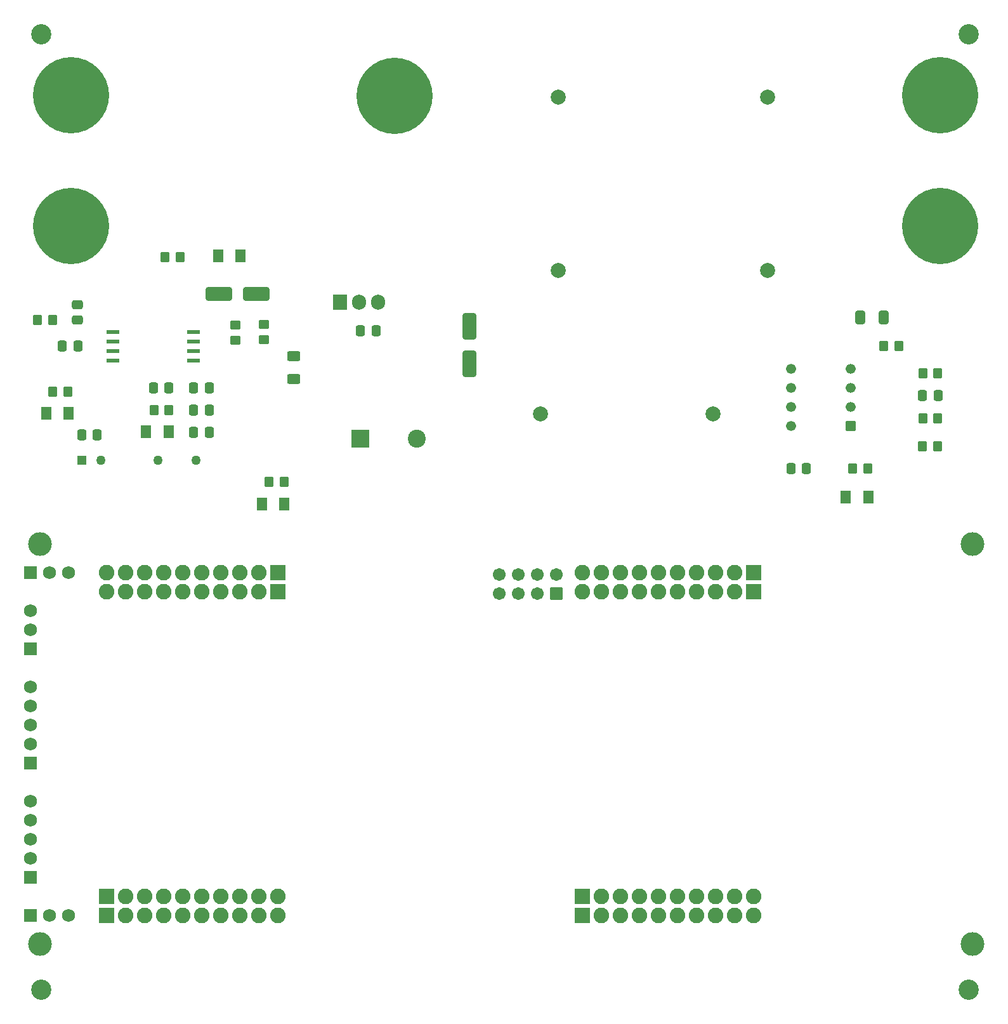
<source format=gbr>
%TF.GenerationSoftware,KiCad,Pcbnew,8.0.7*%
%TF.CreationDate,2025-03-02T11:38:05-05:00*%
%TF.ProjectId,MyFirstBuck,4d794669-7273-4744-9275-636b2e6b6963,v0*%
%TF.SameCoordinates,Original*%
%TF.FileFunction,Soldermask,Top*%
%TF.FilePolarity,Negative*%
%FSLAX46Y46*%
G04 Gerber Fmt 4.6, Leading zero omitted, Abs format (unit mm)*
G04 Created by KiCad (PCBNEW 8.0.7) date 2025-03-02 11:38:05*
%MOMM*%
%LPD*%
G01*
G04 APERTURE LIST*
G04 Aperture macros list*
%AMRoundRect*
0 Rectangle with rounded corners*
0 $1 Rounding radius*
0 $2 $3 $4 $5 $6 $7 $8 $9 X,Y pos of 4 corners*
0 Add a 4 corners polygon primitive as box body*
4,1,4,$2,$3,$4,$5,$6,$7,$8,$9,$2,$3,0*
0 Add four circle primitives for the rounded corners*
1,1,$1+$1,$2,$3*
1,1,$1+$1,$4,$5*
1,1,$1+$1,$6,$7*
1,1,$1+$1,$8,$9*
0 Add four rect primitives between the rounded corners*
20,1,$1+$1,$2,$3,$4,$5,0*
20,1,$1+$1,$4,$5,$6,$7,0*
20,1,$1+$1,$6,$7,$8,$9,0*
20,1,$1+$1,$8,$9,$2,$3,0*%
G04 Aperture macros list end*
%ADD10C,2.000000*%
%ADD11RoundRect,0.250000X-0.650000X1.500000X-0.650000X-1.500000X0.650000X-1.500000X0.650000X1.500000X0*%
%ADD12RoundRect,0.250001X0.462499X0.624999X-0.462499X0.624999X-0.462499X-0.624999X0.462499X-0.624999X0*%
%ADD13C,2.700000*%
%ADD14RoundRect,0.250001X-0.462499X-0.624999X0.462499X-0.624999X0.462499X0.624999X-0.462499X0.624999X0*%
%ADD15R,2.400000X2.400000*%
%ADD16C,2.400000*%
%ADD17C,3.175000*%
%ADD18RoundRect,0.102000X0.939800X0.939800X-0.939800X0.939800X-0.939800X-0.939800X0.939800X-0.939800X0*%
%ADD19C,2.083600*%
%ADD20RoundRect,0.102000X0.762000X0.762000X-0.762000X0.762000X-0.762000X-0.762000X0.762000X-0.762000X0*%
%ADD21C,1.728000*%
%ADD22RoundRect,0.102000X0.750000X0.750000X-0.750000X0.750000X-0.750000X-0.750000X0.750000X-0.750000X0*%
%ADD23C,1.704000*%
%ADD24RoundRect,0.250000X0.350000X0.450000X-0.350000X0.450000X-0.350000X-0.450000X0.350000X-0.450000X0*%
%ADD25R,1.270000X1.270000*%
%ADD26C,1.270000*%
%ADD27C,10.160000*%
%ADD28R,1.905000X2.000000*%
%ADD29O,1.905000X2.000000*%
%ADD30RoundRect,0.250000X-0.350000X-0.450000X0.350000X-0.450000X0.350000X0.450000X-0.350000X0.450000X0*%
%ADD31RoundRect,0.250000X-0.625000X0.400000X-0.625000X-0.400000X0.625000X-0.400000X0.625000X0.400000X0*%
%ADD32R,1.701800X0.558800*%
%ADD33RoundRect,0.250000X0.450000X-0.350000X0.450000X0.350000X-0.450000X0.350000X-0.450000X-0.350000X0*%
%ADD34RoundRect,0.250000X-0.337500X-0.475000X0.337500X-0.475000X0.337500X0.475000X-0.337500X0.475000X0*%
%ADD35RoundRect,0.250000X0.412500X0.650000X-0.412500X0.650000X-0.412500X-0.650000X0.412500X-0.650000X0*%
%ADD36RoundRect,0.102000X0.565000X0.565000X-0.565000X0.565000X-0.565000X-0.565000X0.565000X-0.565000X0*%
%ADD37C,1.334000*%
%ADD38RoundRect,0.250000X-1.500000X-0.650000X1.500000X-0.650000X1.500000X0.650000X-1.500000X0.650000X0*%
%ADD39RoundRect,0.250000X0.337500X0.475000X-0.337500X0.475000X-0.337500X-0.475000X0.337500X-0.475000X0*%
%ADD40RoundRect,0.250000X0.475000X-0.337500X0.475000X0.337500X-0.475000X0.337500X-0.475000X-0.337500X0*%
G04 APERTURE END LIST*
D10*
%TO.C,L2*%
X108000000Y-84900000D03*
X108000000Y-61800000D03*
%TD*%
D11*
%TO.C,D1*%
X96164400Y-92369000D03*
X96164400Y-97369000D03*
%TD*%
D12*
%TO.C,D2*%
X56005000Y-106410000D03*
X53030000Y-106410000D03*
%TD*%
D13*
%TO.C,REF\u002A\u002A*%
X162850000Y-180800000D03*
%TD*%
%TO.C,REF\u002A\u002A*%
X39050000Y-180800000D03*
%TD*%
D14*
%TO.C,D7*%
X62622500Y-82940000D03*
X65597500Y-82940000D03*
%TD*%
D15*
%TO.C,C3*%
X81607400Y-107353800D03*
D16*
X89107400Y-107353800D03*
%TD*%
D17*
%TO.C,U2*%
X163322000Y-174752000D03*
X163322000Y-121412000D03*
X38862000Y-174752000D03*
X38862000Y-121412000D03*
D18*
X134112000Y-125222000D03*
D19*
X131572000Y-125222000D03*
X129032000Y-125222000D03*
X126492000Y-125222000D03*
X123952000Y-125222000D03*
X121412000Y-125222000D03*
X118872000Y-125222000D03*
X116332000Y-125222000D03*
X113792000Y-125222000D03*
X111252000Y-125222000D03*
D18*
X111252000Y-170942000D03*
D19*
X113792000Y-170942000D03*
X116332000Y-170942000D03*
X118872000Y-170942000D03*
X121412000Y-170942000D03*
X123952000Y-170942000D03*
X126492000Y-170942000D03*
X129032000Y-170942000D03*
X131572000Y-170942000D03*
X134112000Y-170942000D03*
D18*
X134112000Y-127762000D03*
D19*
X131572000Y-127762000D03*
X129032000Y-127762000D03*
X126492000Y-127762000D03*
X123952000Y-127762000D03*
X121412000Y-127762000D03*
X118872000Y-127762000D03*
X116332000Y-127762000D03*
X113792000Y-127762000D03*
X111252000Y-127762000D03*
D18*
X111252000Y-168402000D03*
D19*
X113792000Y-168402000D03*
X116332000Y-168402000D03*
X118872000Y-168402000D03*
X121412000Y-168402000D03*
X123952000Y-168402000D03*
X126492000Y-168402000D03*
X129032000Y-168402000D03*
X131572000Y-168402000D03*
X134112000Y-168402000D03*
D18*
X70612000Y-125222000D03*
D19*
X68072000Y-125222000D03*
X65532000Y-125222000D03*
X62992000Y-125222000D03*
X60452000Y-125222000D03*
X57912000Y-125222000D03*
X55372000Y-125222000D03*
X52832000Y-125222000D03*
X50292000Y-125222000D03*
X47752000Y-125222000D03*
D18*
X47752000Y-170942000D03*
D19*
X50292000Y-170942000D03*
X52832000Y-170942000D03*
X55372000Y-170942000D03*
X57912000Y-170942000D03*
X60452000Y-170942000D03*
X62992000Y-170942000D03*
X65532000Y-170942000D03*
X68072000Y-170942000D03*
X70612000Y-170942000D03*
D18*
X70612000Y-127762000D03*
D19*
X68072000Y-127762000D03*
X65532000Y-127762000D03*
X62992000Y-127762000D03*
X60452000Y-127762000D03*
X57912000Y-127762000D03*
X55372000Y-127762000D03*
X52832000Y-127762000D03*
X50292000Y-127762000D03*
X47752000Y-127762000D03*
D18*
X47752000Y-168402000D03*
D19*
X50292000Y-168402000D03*
X52832000Y-168402000D03*
X55372000Y-168402000D03*
X57912000Y-168402000D03*
X60452000Y-168402000D03*
X62992000Y-168402000D03*
X65532000Y-168402000D03*
X68072000Y-168402000D03*
X70612000Y-168402000D03*
D20*
X37592000Y-170942000D03*
D21*
X40132000Y-170942000D03*
X42672000Y-170942000D03*
D20*
X37592000Y-135382000D03*
D21*
X37592000Y-132842000D03*
X37592000Y-130302000D03*
D20*
X37592000Y-165862000D03*
D21*
X37592000Y-163322000D03*
X37592000Y-160782000D03*
X37592000Y-158242000D03*
X37592000Y-155702000D03*
D20*
X37592000Y-150622000D03*
D21*
X37592000Y-148082000D03*
X37592000Y-145542000D03*
X37592000Y-143002000D03*
X37592000Y-140462000D03*
D20*
X37592000Y-125222000D03*
D21*
X40132000Y-125222000D03*
X42672000Y-125222000D03*
D22*
X107768000Y-127996000D03*
D23*
X107768000Y-125456000D03*
X105228000Y-127996000D03*
X105228000Y-125456000D03*
X102688000Y-127996000D03*
X102688000Y-125456000D03*
X100148000Y-127996000D03*
X100148000Y-125456000D03*
%TD*%
D24*
%TO.C,R5*%
X56060000Y-103500000D03*
X54060000Y-103500000D03*
%TD*%
D25*
%TO.C,U4*%
X44405600Y-110189000D03*
D26*
X46945600Y-110189000D03*
X54565600Y-110189000D03*
X59645600Y-110189000D03*
%TD*%
D27*
%TO.C,J1*%
X43000000Y-61500000D03*
%TD*%
D24*
%TO.C,R2*%
X158620000Y-108370000D03*
X156620000Y-108370000D03*
%TD*%
%TO.C,R8*%
X42560000Y-101110000D03*
X40560000Y-101110000D03*
%TD*%
D12*
%TO.C,D5*%
X42662500Y-103970200D03*
X39687500Y-103970200D03*
%TD*%
D24*
%TO.C,R7*%
X149350000Y-111350000D03*
X147350000Y-111350000D03*
%TD*%
D12*
%TO.C,D4*%
X149391500Y-115090000D03*
X146416500Y-115090000D03*
%TD*%
D28*
%TO.C,Q1*%
X78943200Y-89157400D03*
D29*
X81483200Y-89157400D03*
X84023200Y-89157400D03*
%TD*%
D30*
%TO.C,R9*%
X38550000Y-91500000D03*
X40550000Y-91500000D03*
%TD*%
D13*
%TO.C,REF\u002A\u002A*%
X162850000Y-53425000D03*
%TD*%
D31*
%TO.C,R12*%
X72700000Y-96320000D03*
X72700000Y-99420000D03*
%TD*%
D32*
%TO.C,U3*%
X48565200Y-93155000D03*
X48565200Y-94425000D03*
X48565200Y-95695000D03*
X48565200Y-96965000D03*
X59334800Y-96965000D03*
X59334800Y-95695000D03*
X59334800Y-94425000D03*
X59334800Y-93155000D03*
%TD*%
D12*
%TO.C,D3*%
X71430000Y-116020000D03*
X68455000Y-116020000D03*
%TD*%
D33*
%TO.C,R10*%
X68760000Y-94120000D03*
X68760000Y-92120000D03*
%TD*%
D34*
%TO.C,C1*%
X156662500Y-101610000D03*
X158737500Y-101610000D03*
%TD*%
D35*
%TO.C,C5*%
X151452500Y-91180000D03*
X148327500Y-91180000D03*
%TD*%
D36*
%TO.C,U1*%
X147070000Y-105610000D03*
D37*
X147070000Y-103070000D03*
X147070000Y-100530000D03*
X147070000Y-97990000D03*
X139130000Y-97990000D03*
X139130000Y-100530000D03*
X139130000Y-103070000D03*
X139130000Y-105610000D03*
%TD*%
D24*
%TO.C,R1*%
X158680000Y-104640000D03*
X156680000Y-104640000D03*
%TD*%
D34*
%TO.C,C12*%
X59352500Y-106470000D03*
X61427500Y-106470000D03*
%TD*%
D27*
%TO.C,J4*%
X158963000Y-79000000D03*
%TD*%
D33*
%TO.C,R11*%
X64893000Y-94190000D03*
X64893000Y-92190000D03*
%TD*%
D38*
%TO.C,D6*%
X62752500Y-88070000D03*
X67752500Y-88070000D03*
%TD*%
D10*
%TO.C,L3*%
X136000000Y-84900000D03*
X136000000Y-61800000D03*
%TD*%
D39*
%TO.C,C7*%
X56047500Y-100550000D03*
X53972500Y-100550000D03*
%TD*%
D30*
%TO.C,R4*%
X151500000Y-95000000D03*
X153500000Y-95000000D03*
%TD*%
D34*
%TO.C,C4*%
X81620200Y-92907400D03*
X83695200Y-92907400D03*
%TD*%
D27*
%TO.C,J5*%
X86190000Y-61580000D03*
%TD*%
D40*
%TO.C,C9*%
X43820000Y-91537500D03*
X43820000Y-89462500D03*
%TD*%
D13*
%TO.C,REF\u002A\u002A*%
X39060000Y-53430000D03*
%TD*%
D34*
%TO.C,C11*%
X59352500Y-103550000D03*
X61427500Y-103550000D03*
%TD*%
D27*
%TO.C,J3*%
X159000000Y-61500000D03*
%TD*%
%TO.C,J2*%
X43000000Y-79000000D03*
%TD*%
D34*
%TO.C,C6*%
X44429300Y-106853800D03*
X46504300Y-106853800D03*
%TD*%
D10*
%TO.C,L1*%
X105626600Y-104063800D03*
X128726600Y-104063800D03*
%TD*%
D34*
%TO.C,C10*%
X59382500Y-100540000D03*
X61457500Y-100540000D03*
%TD*%
D24*
%TO.C,R13*%
X57540000Y-83100000D03*
X55540000Y-83100000D03*
%TD*%
%TO.C,R3*%
X158700000Y-98620000D03*
X156700000Y-98620000D03*
%TD*%
D34*
%TO.C,C2*%
X139092500Y-111360000D03*
X141167500Y-111360000D03*
%TD*%
D24*
%TO.C,R6*%
X71462500Y-113070000D03*
X69462500Y-113070000D03*
%TD*%
D39*
%TO.C,C8*%
X43907500Y-95020000D03*
X41832500Y-95020000D03*
%TD*%
M02*

</source>
